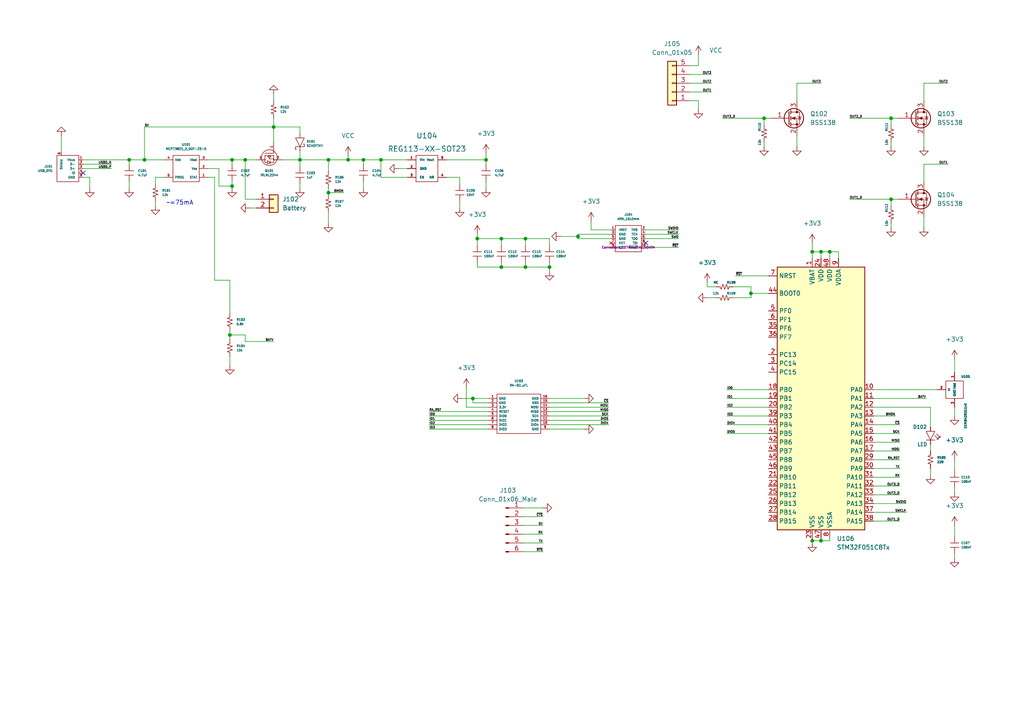
<source format=kicad_sch>
(kicad_sch (version 20211123) (generator eeschema)
  (paper "A4")
  (lib_symbols
    (symbol "Connector:Conn_01x06_Male" (pin_names (offset 1.016) hide)
      (property "Reference" "J" (at 0 7.62 0))
      (property "Value" "Conn_01x06_Male" (at 0 -10.16 0))
      (symbol "Conn_01x06_Male_1_1"
        (polyline (pts (xy 1.27 -7.62) (xy 0.8636 -7.62)) (stroke (width 0.1524)))
        (polyline (pts (xy 1.27 -5.08) (xy 0.8636 -5.08)) (stroke (width 0.1524)))
        (polyline (pts (xy 1.27 -2.54) (xy 0.8636 -2.54)) (stroke (width 0.1524)))
        (polyline (pts (xy 1.27 0) (xy 0.8636 0)) (stroke (width 0.1524)))
        (polyline (pts (xy 1.27 2.54) (xy 0.8636 2.54)) (stroke (width 0.1524)))
        (polyline (pts (xy 1.27 5.08) (xy 0.8636 5.08)) (stroke (width 0.1524)))
        (rectangle (start 0.8636 -7.493) (end 0 -7.747) (stroke (width 0.1524)) (fill (type outline)))
        (rectangle (start 0.8636 -4.953) (end 0 -5.207) (stroke (width 0.1524)) (fill (type outline)))
        (rectangle (start 0.8636 -2.413) (end 0 -2.667) (stroke (width 0.1524)) (fill (type outline)))
        (rectangle (start 0.8636 0.127) (end 0 -0.127) (stroke (width 0.1524)) (fill (type outline)))
        (rectangle (start 0.8636 2.667) (end 0 2.413) (stroke (width 0.1524)) (fill (type outline)))
        (rectangle (start 0.8636 5.207) (end 0 4.953) (stroke (width 0.1524)) (fill (type outline)))
        (pin passive line (at 5.08 5.08 180) (length 3.81) (name "Pin_1") (number "1"))
        (pin passive line (at 5.08 2.54 180) (length 3.81) (name "Pin_2") (number "2"))
        (pin passive line (at 5.08 0 180) (length 3.81) (name "Pin_3") (number "3"))
        (pin passive line (at 5.08 -2.54 180) (length 3.81) (name "Pin_4") (number "4"))
        (pin passive line (at 5.08 -5.08 180) (length 3.81) (name "Pin_5") (number "5"))
        (pin passive line (at 5.08 -7.62 180) (length 3.81) (name "Pin_6") (number "6"))
      )
    )
    (symbol "Connector_Generic:Conn_01x02" (pin_names (offset 1.016) hide)
      (property "Reference" "J" (at 0 2.54 0))
      (property "Value" "Conn_01x02" (at 0 -5.08 0))
      (symbol "Conn_01x02_1_1"
        (rectangle (start -1.27 -2.413) (end 0 -2.667) (stroke (width 0.1524)))
        (rectangle (start -1.27 0.127) (end 0 -0.127) (stroke (width 0.1524)))
        (rectangle (start -1.27 1.27) (end 1.27 -3.81) (stroke (width 0.254)) (fill (type background)))
        (pin passive line (at -5.08 0 0) (length 3.81) (name "Pin_1") (number "1"))
        (pin passive line (at -5.08 -2.54 0) (length 3.81) (name "Pin_2") (number "2"))
      )
    )
    (symbol "Connector_Generic:Conn_01x05" (pin_names (offset 1.016) hide)
      (property "Reference" "J" (at 0 7.62 0))
      (property "Value" "Conn_01x05" (at 0 -7.62 0))
      (symbol "Conn_01x05_1_1"
        (rectangle (start -1.27 -4.953) (end 0 -5.207) (stroke (width 0.1524)))
        (rectangle (start -1.27 -2.413) (end 0 -2.667) (stroke (width 0.1524)))
        (rectangle (start -1.27 0.127) (end 0 -0.127) (stroke (width 0.1524)))
        (rectangle (start -1.27 2.667) (end 0 2.413) (stroke (width 0.1524)))
        (rectangle (start -1.27 5.207) (end 0 4.953) (stroke (width 0.1524)))
        (rectangle (start -1.27 6.35) (end 1.27 -6.35) (stroke (width 0.254)) (fill (type background)))
        (pin passive line (at -5.08 5.08 0) (length 3.81) (name "Pin_1") (number "1"))
        (pin passive line (at -5.08 2.54 0) (length 3.81) (name "Pin_2") (number "2"))
        (pin passive line (at -5.08 0 0) (length 3.81) (name "Pin_3") (number "3"))
        (pin passive line (at -5.08 -2.54 0) (length 3.81) (name "Pin_4") (number "4"))
        (pin passive line (at -5.08 -5.08 0) (length 3.81) (name "Pin_5") (number "5"))
      )
    )
    (symbol "EKMB_Panasonic:EKMB439311xK"
      (property "Reference" "U" (at 0 10.16 0))
      (property "Value" "EKMB439311xK" (at 0 11.43 0))
      (symbol "EKMB439311xK_0_1"
        (rectangle (start -2.54 2.54) (end 2.54 -2.54) (stroke (width 0.1524)))
      )
      (symbol "EKMB439311xK_1_1"
        (pin power_in line (at 0 5.08 270) (length 2.54) (name "Vdd") (number "1"))
        (pin output line (at 5.08 0 180) (length 2.54) (name "O") (number "2"))
        (pin power_in line (at 0 -5.08 90) (length 2.54) (name "GND") (number "3"))
      )
    )
    (symbol "MCP73831_2:MCP73821_2_SOT-23-5"
      (property "Reference" "U" (at 0 6.35 0))
      (property "Value" "MCP73821_2_SOT-23-5" (at 0 5.08 0))
      (property "Vendor" "MOUSER" (at 0 0 0))
      (property "SKU" "579-MCP73831T-2ACIOT" (at 0 0 0))
      (symbol "MCP73821_2_SOT-23-5_0_1"
        (rectangle (start -3.81 3.81) (end 3.81 -3.81) (stroke (width 0.1524)))
      )
      (symbol "MCP73821_2_SOT-23-5_1_1"
        (pin output line (at -6.35 2.54 0) (length 2.54) (name "STAT") (number "1"))
        (pin power_in line (at -6.35 0 0) (length 2.54) (name "Vss") (number "2"))
        (pin power_out line (at -6.35 -2.54 0) (length 2.54) (name "Vbat") (number "3"))
        (pin power_in line (at 6.35 -2.54 180) (length 2.54) (name "Vdd") (number "4"))
        (pin input line (at 6.35 2.54 180) (length 2.54) (name "PROG") (number "5"))
      )
    )
    (symbol "MCU_ST_STM32F0:STM32F051C8Tx"
      (property "Reference" "U" (at -12.7 39.37 0))
      (property "Value" "STM32F051C8Tx" (at 7.62 39.37 0))
      (symbol "STM32F051C8Tx_0_1"
        (rectangle (start -12.7 -38.1) (end 12.7 38.1) (stroke (width 0.254)) (fill (type background)))
      )
      (symbol "STM32F051C8Tx_1_1"
        (pin power_in line (at -2.54 40.64 270) (length 2.54) (name "VBAT") (number "1"))
        (pin bidirectional line (at 15.24 2.54 180) (length 2.54) (name "PA0") (number "10"))
        (pin bidirectional line (at 15.24 0 180) (length 2.54) (name "PA1") (number "11"))
        (pin bidirectional line (at 15.24 -2.54 180) (length 2.54) (name "PA2") (number "12"))
        (pin bidirectional line (at 15.24 -5.08 180) (length 2.54) (name "PA3") (number "13"))
        (pin bidirectional line (at 15.24 -7.62 180) (length 2.54) (name "PA4") (number "14"))
        (pin bidirectional line (at 15.24 -10.16 180) (length 2.54) (name "PA5") (number "15"))
        (pin bidirectional line (at 15.24 -12.7 180) (length 2.54) (name "PA6") (number "16"))
        (pin bidirectional line (at 15.24 -15.24 180) (length 2.54) (name "PA7") (number "17"))
        (pin bidirectional line (at -15.24 2.54 0) (length 2.54) (name "PB0") (number "18"))
        (pin bidirectional line (at -15.24 0 0) (length 2.54) (name "PB1") (number "19"))
        (pin bidirectional line (at -15.24 12.7 0) (length 2.54) (name "PC13") (number "2"))
        (pin bidirectional line (at -15.24 -2.54 0) (length 2.54) (name "PB2") (number "20"))
        (pin bidirectional line (at -15.24 -22.86 0) (length 2.54) (name "PB10") (number "21"))
        (pin bidirectional line (at -15.24 -25.4 0) (length 2.54) (name "PB11") (number "22"))
        (pin power_in line (at -2.54 -40.64 90) (length 2.54) (name "VSS") (number "23"))
        (pin power_in line (at 0 40.64 270) (length 2.54) (name "VDD") (number "24"))
        (pin bidirectional line (at -15.24 -27.94 0) (length 2.54) (name "PB12") (number "25"))
        (pin bidirectional line (at -15.24 -30.48 0) (length 2.54) (name "PB13") (number "26"))
        (pin bidirectional line (at -15.24 -33.02 0) (length 2.54) (name "PB14") (number "27"))
        (pin bidirectional line (at -15.24 -35.56 0) (length 2.54) (name "PB15") (number "28"))
        (pin bidirectional line (at 15.24 -17.78 180) (length 2.54) (name "PA8") (number "29"))
        (pin bidirectional line (at -15.24 10.16 0) (length 2.54) (name "PC14") (number "3"))
        (pin bidirectional line (at 15.24 -20.32 180) (length 2.54) (name "PA9") (number "30"))
        (pin bidirectional line (at 15.24 -22.86 180) (length 2.54) (name "PA10") (number "31"))
        (pin bidirectional line (at 15.24 -25.4 180) (length 2.54) (name "PA11") (number "32"))
        (pin bidirectional line (at 15.24 -27.94 180) (length 2.54) (name "PA12") (number "33"))
        (pin bidirectional line (at 15.24 -30.48 180) (length 2.54) (name "PA13") (number "34"))
        (pin bidirectional line (at -15.24 20.32 0) (length 2.54) (name "PF6") (number "35"))
        (pin bidirectional line (at -15.24 17.78 0) (length 2.54) (name "PF7") (number "36"))
        (pin bidirectional line (at 15.24 -33.02 180) (length 2.54) (name "PA14") (number "37"))
        (pin bidirectional line (at 15.24 -35.56 180) (length 2.54) (name "PA15") (number "38"))
        (pin bidirectional line (at -15.24 -5.08 0) (length 2.54) (name "PB3") (number "39"))
        (pin bidirectional line (at -15.24 7.62 0) (length 2.54) (name "PC15") (number "4"))
        (pin bidirectional line (at -15.24 -7.62 0) (length 2.54) (name "PB4") (number "40"))
        (pin bidirectional line (at -15.24 -10.16 0) (length 2.54) (name "PB5") (number "41"))
        (pin bidirectional line (at -15.24 -12.7 0) (length 2.54) (name "PB6") (number "42"))
        (pin bidirectional line (at -15.24 -15.24 0) (length 2.54) (name "PB7") (number "43"))
        (pin input line (at -15.24 30.48 0) (length 2.54) (name "BOOT0") (number "44"))
        (pin bidirectional line (at -15.24 -17.78 0) (length 2.54) (name "PB8") (number "45"))
        (pin bidirectional line (at -15.24 -20.32 0) (length 2.54) (name "PB9") (number "46"))
        (pin power_in line (at 0 -40.64 90) (length 2.54) (name "VSS") (number "47"))
        (pin power_in line (at 2.54 40.64 270) (length 2.54) (name "VDD") (number "48"))
        (pin input line (at -15.24 25.4 0) (length 2.54) (name "PF0") (number "5"))
        (pin input line (at -15.24 22.86 0) (length 2.54) (name "PF1") (number "6"))
        (pin input line (at -15.24 35.56 0) (length 2.54) (name "NRST") (number "7"))
        (pin power_in line (at 2.54 -40.64 90) (length 2.54) (name "VSSA") (number "8"))
        (pin power_in line (at 5.08 40.64 270) (length 2.54) (name "VDDA") (number "9"))
      )
    )
    (symbol "NMOS:BSS138" (pin_names (offset 0) hide)
      (property "Reference" "Q" (at 5.08 1.905 0))
      (property "Value" "BSS138" (at 5.08 0 0))
      (symbol "BSS138_0_1"
        (polyline (pts (xy 0.762 -1.778) (xy 2.54 -1.778)))
        (polyline (pts (xy 0.762 -1.27) (xy 0.762 -2.286)) (stroke (width 0.254)))
        (polyline (pts (xy 0.762 0) (xy 2.54 0)))
        (polyline (pts (xy 0.762 0.508) (xy 0.762 -0.508)) (stroke (width 0.254)))
        (polyline (pts (xy 0.762 1.778) (xy 2.54 1.778)))
        (polyline (pts (xy 0.762 2.286) (xy 0.762 1.27)) (stroke (width 0.254)))
        (polyline (pts (xy 2.54 -1.778) (xy 2.54 -2.54)))
        (polyline (pts (xy 2.54 -1.778) (xy 2.54 0)))
        (polyline (pts (xy 2.54 2.54) (xy 2.54 1.778)))
        (polyline (pts (xy 0.254 1.905) (xy 0.254 -1.905) (xy 0.254 -1.905)) (stroke (width 0.254)))
        (polyline (pts (xy 1.016 0) (xy 2.032 0.381) (xy 2.032 -0.381) (xy 1.016 0)) (fill (type outline)))
        (polyline (pts (xy 2.54 -1.778) (xy 3.302 -1.778) (xy 3.302 1.778) (xy 2.54 1.778)))
        (polyline (pts (xy 2.794 0.508) (xy 2.921 0.381) (xy 3.683 0.381) (xy 3.81 0.254)))
        (polyline (pts (xy 3.302 0.381) (xy 2.921 -0.254) (xy 3.683 -0.254) (xy 3.302 0.381)))
        (circle (center 1.651 0) (radius 2.8194) (stroke (width 0.254)))
        (circle (center 2.54 -1.778) (radius 0.2794) (fill (type outline)))
        (circle (center 2.54 1.778) (radius 0.2794) (fill (type outline)))
      )
      (symbol "BSS138_1_1"
        (pin input line (at -5.08 0 0) (length 5.334) (name "G") (number "1"))
        (pin passive line (at 2.54 -5.08 90) (length 2.54) (name "S") (number "2"))
        (pin passive line (at 2.54 5.08 270) (length 2.54) (name "D") (number "3"))
      )
    )
    (symbol "PMOS:IRLML2244" (pin_names (offset 0) hide)
      (property "Reference" "Q" (at -3.81 -1.27 0))
      (property "Value" "IRLML2244" (at -3.81 -2.54 0))
      (symbol "IRLML2244_0_1"
        (polyline (pts (xy 0 -0.762) (xy 0 -1.27)))
        (polyline (pts (xy 0 0.508) (xy 0 -0.508)))
        (polyline (pts (xy 0 0.762) (xy 0 1.27)))
        (polyline (pts (xy 0.254 0) (xy 0 0)))
        (polyline (pts (xy 1.524 -0.508) (xy 2.032 0.254)))
        (polyline (pts (xy 1.524 0.254) (xy 2.54 0.254)))
        (polyline (pts (xy -1.905 1.27) (xy -0.635 1.27) (xy -0.635 -1.27)))
        (polyline (pts (xy 0 -1.27) (xy 1.27 -1.27) (xy 1.27 -1.905)))
        (polyline (pts (xy 0 1.27) (xy 1.27 1.27) (xy 1.27 1.905)))
        (polyline (pts (xy 0.762 0) (xy 1.016 0) (xy 1.016 1.27)))
        (polyline (pts (xy 1.016 -1.27) (xy 2.032 -1.27) (xy 2.032 -0.508)))
        (polyline (pts (xy 2.032 0.254) (xy 2.032 1.27) (xy 1.016 1.27)))
        (polyline (pts (xy 0.254 0.508) (xy 0.254 -0.508) (xy 0.762 0) (xy 0.254 0.508)))
        (polyline (pts (xy 1.524 -0.508) (xy 2.286 -0.508) (xy 2.54 -0.508) (xy 2.032 0.254)))
        (circle (center 0.635 0) (radius 2.286))
      )
      (symbol "IRLML2244_1_1"
        (pin input line (at -3.81 1.27 0) (length 2.54) (name "G") (number "1"))
        (pin input line (at 1.27 3.81 270) (length 2.54) (name "S") (number "2"))
        (pin input line (at 1.27 -3.81 90) (length 2.54) (name "D") (number "3"))
      )
    )
    (symbol "RA-02:RA-02_uFL"
      (property "Reference" "U" (at 0 7.62 0))
      (property "Value" "RA-02_uFL" (at 0 8.89 0))
      (symbol "RA-02_uFL_0_1"
        (rectangle (start -6.35 6.35) (end 6.35 -5.08) (stroke (width 0.1524)))
      )
      (symbol "RA-02_uFL_1_1"
        (pin power_in line (at -8.89 5.08 0) (length 2.54) (name "GND") (number "1"))
        (pin bidirectional line (at 8.89 -2.54 180) (length 2.54) (name "DIO4") (number "10"))
        (pin bidirectional line (at 8.89 -1.27 180) (length 2.54) (name "DIO5") (number "11"))
        (pin input line (at 8.89 0 180) (length 2.54) (name "SCK") (number "12"))
        (pin output line (at 8.89 1.27 180) (length 2.54) (name "MISO") (number "13"))
        (pin input line (at 8.89 2.54 180) (length 2.54) (name "MOSI") (number "14"))
        (pin input line (at 8.89 3.81 180) (length 2.54) (name "NSS") (number "15"))
        (pin power_in line (at 8.89 5.08 180) (length 2.54) (name "GND") (number "16"))
        (pin power_in line (at -8.89 3.81 0) (length 2.54) (name "GND") (number "2"))
        (pin power_in line (at -8.89 2.54 0) (length 2.54) (name "3.3V") (number "3"))
        (pin input line (at -8.89 1.27 0) (length 2.54) (name "RESET") (number "4"))
        (pin bidirectional line (at -8.89 0 0) (length 2.54) (name "DIO0") (number "5"))
        (pin bidirectional line (at -8.89 -1.27 0) (length 2.54) (name "DIO1") (number "6"))
        (pin bidirectional line (at -8.89 -2.54 0) (length 2.54) (name "DIO2") (number "7"))
        (pin bidirectional line (at -8.89 -3.81 0) (length 2.54) (name "DIO3") (number "8"))
        (pin power_in line (at 8.89 -3.81 180) (length 2.54) (name "GND") (number "9"))
      )
    )
    (symbol "USB_CONNECTOR:USB_OTG" (pin_names (offset 1.016))
      (property "Reference" "J" (at 7.62 -3.81 0))
      (property "Value" "USB_OTG" (at 0 6.35 0))
      (symbol "USB_OTG_0_1"
        (rectangle (start -2.54 3.81) (end 3.81 -3.81))
      )
      (symbol "USB_OTG_1_1"
        (pin power_out line (at -3.81 -2.54 0) (length 1.27) (name "Vbus") (number "1"))
        (pin bidirectional line (at -3.81 -1.27 0) (length 1.27) (name "D-") (number "2"))
        (pin bidirectional line (at -3.81 0 0) (length 1.27) (name "D+") (number "3"))
        (pin input line (at -3.81 1.27 0) (length 1.27) (name "ID") (number "4"))
        (pin power_in line (at -3.81 2.54 0) (length 1.27) (name "GND") (number "5"))
        (pin power_in line (at 2.54 -5.08 90) (length 1.27) (name "Shield") (number "6"))
      )
    )
    (symbol "arm_10x2mm:ARM_10x2mm" (pin_names (offset 1.016))
      (property "Reference" "J" (at 0 7.62 0))
      (property "Value" "ARM_10x2mm" (at 0 -2.54 0))
      (symbol "ARM_10x2mm_0_1"
        (rectangle (start -3.81 6.35) (end 3.81 -1.27))
      )
      (symbol "ARM_10x2mm_1_1"
        (pin power_out line (at -5.08 5.08 0) (length 1.27) (name "VREF") (number "1"))
        (pin input line (at 5.08 0 180) (length 1.27) (name "~{Reset}") (number "10"))
        (pin input line (at 5.08 5.08 180) (length 1.27) (name "TMS") (number "2"))
        (pin power_out line (at -5.08 3.81 0) (length 1.27) (name "GND") (number "3"))
        (pin input line (at 5.08 3.81 180) (length 1.27) (name "TCK") (number "4"))
        (pin power_out line (at -5.08 2.54 0) (length 1.27) (name "GND") (number "5"))
        (pin output line (at 5.08 2.54 180) (length 1.27) (name "TDO") (number "6"))
        (pin no_connect line (at -5.08 1.27 0) (length 1.27) (name "KEY") (number "7"))
        (pin input line (at 5.08 1.27 180) (length 1.27) (name "TDI") (number "8"))
        (pin passive line (at -5.08 0 0) (length 1.27) (name "DET") (number "9"))
      )
    )
    (symbol "passives:CAP_0603" (pin_numbers hide) (pin_names (offset 0) hide)
      (property "Reference" "C" (at 0 -2.54 0))
      (property "Value" "CAP_0603" (at 0 1.905 0))
      (symbol "CAP_0603_0_1"
        (polyline (pts (xy -1.27 0) (xy -0.635 0)))
        (polyline (pts (xy -0.635 -1.27) (xy -0.635 1.27)))
        (polyline (pts (xy 0.635 -1.27) (xy 0.635 -0.635)))
        (polyline (pts (xy 0.635 0.635) (xy 0.635 -0.635)))
        (polyline (pts (xy 0.635 1.27) (xy 0.635 0.635)))
        (polyline (pts (xy 1.27 0) (xy 0.635 0)))
      )
      (symbol "CAP_0603_1_1"
        (pin passive line (at -2.54 0 0) (length 1.27) (name "~") (number "1"))
        (pin passive line (at 2.54 0 180) (length 1.27) (name "~") (number "2"))
      )
    )
    (symbol "passives:CAP_0805" (pin_numbers hide) (pin_names (offset 0) hide)
      (property "Reference" "C" (at 0 -2.54 0))
      (property "Value" "CAP_0805" (at 0 1.905 0))
      (symbol "CAP_0805_0_1"
        (polyline (pts (xy -1.27 0) (xy -0.635 0)))
        (polyline (pts (xy -0.635 -1.27) (xy -0.635 1.27)))
        (polyline (pts (xy 0.635 -1.27) (xy 0.635 -0.635)))
        (polyline (pts (xy 0.635 0.635) (xy 0.635 -0.635)))
        (polyline (pts (xy 0.635 1.27) (xy 0.635 0.635)))
        (polyline (pts (xy 1.27 0) (xy 0.635 0)))
      )
      (symbol "CAP_0805_1_1"
        (pin passive line (at -2.54 0 0) (length 1.27) (name "~") (number "1"))
        (pin passive line (at 2.54 0 180) (length 1.27) (name "~") (number "2"))
      )
    )
    (symbol "passives:LED" (pin_numbers hide) (pin_names (offset 0) hide)
      (property "Reference" "D" (at 8.255 0 0))
      (property "Value" "LED" (at 2.54 -2.54 0))
      (symbol "LED_0_1"
        (polyline (pts (xy 0 1.27) (xy 1.016 2.286)))
        (polyline (pts (xy 0.508 2.794) (xy 0 2.794)))
        (polyline (pts (xy 1.016 2.286) (xy 0.508 2.286)))
        (polyline (pts (xy 1.016 2.286) (xy 1.016 1.778)))
        (polyline (pts (xy 1.27 0) (xy 1.27 -1.27)))
        (polyline (pts (xy 1.27 0) (xy 1.27 1.27)))
        (polyline (pts (xy -0.508 1.778) (xy 0.508 2.794) (xy 0.508 2.286)))
        (polyline (pts (xy -1.27 0) (xy -1.27 1.27) (xy 1.27 0) (xy -1.27 -1.27) (xy -1.27 0)))
      )
      (symbol "LED_1_1"
        (pin input line (at -2.54 0 0) (length 1.27) (name "A") (number "A"))
        (pin input line (at 2.54 0 180) (length 1.27) (name "K") (number "K"))
      )
    )
    (symbol "passives:RES_0603" (pin_numbers hide) (pin_names (offset 0) hide)
      (property "Reference" "R" (at 0 -2.54 0))
      (property "Value" "RES_0603" (at 0 1.27 0))
      (symbol "RES_0603_0_1"
        (polyline (pts (xy -1.27 0) (xy -1.016 0.762) (xy -0.508 -0.762) (xy 0 0.762) (xy 0.508 -0.762) (xy 1.016 0.762) (xy 1.27 0)))
      )
      (symbol "RES_0603_1_1"
        (pin input line (at -2.54 0 0) (length 1.27) (name "1") (number "1"))
        (pin input line (at 2.54 0 180) (length 1.27) (name "2") (number "2"))
      )
    )
    (symbol "passives:SCHOTTKY" (pin_numbers hide) (pin_names (offset 0) hide)
      (property "Reference" "D" (at 8.255 0 0))
      (property "Value" "SCHOTTKY" (at 2.54 -2.54 0))
      (symbol "SCHOTTKY_0_1"
        (polyline (pts (xy 0.508 1.27) (xy 0.508 1.016)))
        (polyline (pts (xy 0.508 1.27) (xy 1.27 1.27)))
        (polyline (pts (xy 2.032 -1.27) (xy 1.778 -1.27)))
        (polyline (pts (xy 2.032 -1.27) (xy 2.032 -1.016)))
        (polyline (pts (xy 1.27 1.27) (xy 1.27 -1.27) (xy 1.905 -1.27)))
        (polyline (pts (xy -1.27 0) (xy -1.27 1.27) (xy 1.27 0) (xy -1.27 -1.27) (xy -1.27 0)))
      )
      (symbol "SCHOTTKY_1_1"
        (pin input line (at -2.54 0 0) (length 1.27) (name "A") (number "A"))
        (pin input line (at 2.54 0 180) (length 1.27) (name "K") (number "K"))
      )
    )
    (symbol "power:+3.3V" (power) (pin_names (offset 0))
      (property "Value" "+3.3V" (at 0 3.556 0))
      (symbol "+3.3V_0_1"
        (polyline (pts (xy -0.762 1.27) (xy 0 2.54)))
        (polyline (pts (xy 0 0) (xy 0 2.54)))
        (polyline (pts (xy 0 2.54) (xy 0.762 1.27)))
      )
      (symbol "+3.3V_1_1"
        (pin power_in line (at 0 0 90) (length 0) hide (name "+3V3") (number "1"))
      )
    )
    (symbol "power:GND" (power) (pin_names (offset 0))
      (property "Value" "GND" (at 0 -3.81 0))
      (symbol "GND_0_1"
        (polyline (pts (xy 0 0) (xy 0 -1.27) (xy 1.27 -1.27) (xy 0 -2.54) (xy -1.27 -1.27) (xy 0 -1.27)))
      )
      (symbol "GND_1_1"
        (pin power_in line (at 0 0 270) (length 0) hide (name "GND") (number "1"))
      )
    )
    (symbol "power:VCC" (power) (pin_names (offset 0))
      (property "Value" "VCC" (at 0 3.81 0))
      (symbol "VCC_0_1"
        (polyline (pts (xy -0.762 1.27) (xy 0 2.54)))
        (polyline (pts (xy 0 0) (xy 0 2.54)))
        (polyline (pts (xy 0 2.54) (xy 0.762 1.27)))
      )
      (symbol "VCC_1_1"
        (pin power_in line (at 0 0 90) (length 0) hide (name "VCC") (number "1"))
      )
    )
    (symbol "reg113-xx-sot23:REG113-XX-SOT23" (pin_names (offset 1.016))
      (property "Reference" "U" (at 0 6.35 0))
      (property "Value" "REG113-XX-SOT23" (at 0 -6.35 0))
      (symbol "REG113-XX-SOT23_0_1"
        (rectangle (start -2.54 3.81) (end 3.81 -3.81))
      )
      (symbol "REG113-XX-SOT23_1_1"
        (pin power_in line (at -5.08 2.54 0) (length 2.54) (name "Vin") (number "1"))
        (pin power_in line (at -5.08 0 0) (length 2.54) (name "GND") (number "2"))
        (pin input line (at -5.08 -2.54 0) (length 2.54) (name "EN") (number "3"))
        (pin passive line (at 6.35 -2.54 180) (length 2.54) (name "NR") (number "4"))
        (pin power_out line (at 6.35 2.54 180) (length 2.54) (name "Vout") (number "5"))
      )
    )
  )
  (junction (at 66.675 97.155))
  (junction (at 138.43 69.215))
  (junction (at 37.465 46.355))
  (junction (at 95.25 46.355))
  (junction (at 137.16 115.57))
  (junction (at 145.415 77.47))
  (junction (at 105.41 46.355))
  (junction (at 152.4 69.215))
  (junction (at 100.965 46.355))
  (junction (at 221.615 34.29))
  (junction (at 235.585 156.845))
  (junction (at 86.995 46.355))
  (junction (at 145.415 69.215))
  (junction (at 140.97 46.355))
  (junction (at 238.125 156.845))
  (junction (at 240.665 73.025))
  (junction (at 235.585 73.025))
  (junction (at 79.375 36.83))
  (junction (at 110.49 46.355))
  (junction (at 152.4 77.47))
  (junction (at 67.31 46.355))
  (junction (at 258.445 57.785))
  (junction (at 159.385 77.47))
  (junction (at 67.31 53.975))
  (junction (at 238.125 73.025))
  (junction (at 258.445 34.29))
  (junction (at 167.64 68.58))
  (junction (at 217.805 85.09))
  (junction (at 95.25 55.88))
  (junction (at 71.12 46.355))
  (junction (at 41.91 46.355))
  (no_connect (at 24.13 50.165))
  (no_connect (at 187.325 70.485))
  (wire (pts (xy 187.325 67.945) (xy 196.85 67.945)))
  (wire (pts (xy 253.365 130.81) (xy 260.985 130.81)))
  (wire (pts (xy 135.255 118.11) (xy 141.605 118.11)))
  (wire (pts (xy 66.675 103.505) (xy 66.675 106.045)))
  (wire (pts (xy 258.445 41.275) (xy 258.445 42.545)))
  (wire (pts (xy 60.325 51.435) (xy 62.23 51.435)))
  (wire (pts (xy 217.805 86.36) (xy 217.805 85.09)))
  (wire (pts (xy 177.165 66.675) (xy 171.45 66.675)))
  (wire (pts (xy 41.91 46.355) (xy 47.625 46.355)))
  (wire (pts (xy 138.43 69.215) (xy 138.43 71.12)))
  (wire (pts (xy 24.13 48.895) (xy 32.385 48.895)))
  (wire (pts (xy 137.16 116.84) (xy 137.16 115.57)))
  (wire (pts (xy 267.97 52.705) (xy 267.97 47.625)))
  (wire (pts (xy 231.14 24.13) (xy 238.125 24.13)))
  (wire (pts (xy 151.765 149.86) (xy 157.48 149.86)))
  (wire (pts (xy 246.38 34.29) (xy 258.445 34.29)))
  (wire (pts (xy 129.54 46.355) (xy 140.97 46.355)))
  (wire (pts (xy 209.55 34.29) (xy 221.615 34.29)))
  (wire (pts (xy 72.39 60.325) (xy 74.295 60.325)))
  (wire (pts (xy 253.365 138.43) (xy 260.985 138.43)))
  (wire (pts (xy 240.665 156.845) (xy 238.125 156.845)))
  (wire (pts (xy 171.45 66.675) (xy 171.45 64.135)))
  (wire (pts (xy 79.375 27.305) (xy 79.375 29.21)))
  (wire (pts (xy 267.97 29.21) (xy 267.97 24.13)))
  (wire (pts (xy 124.46 123.19) (xy 141.605 123.19)))
  (wire (pts (xy 37.465 47.625) (xy 37.465 46.355)))
  (wire (pts (xy 231.14 39.37) (xy 231.14 42.545)))
  (wire (pts (xy 269.875 118.11) (xy 269.875 123.825)))
  (wire (pts (xy 205.105 86.36) (xy 207.645 86.36)))
  (wire (pts (xy 152.4 69.215) (xy 159.385 69.215)))
  (wire (pts (xy 267.97 47.625) (xy 274.955 47.625)))
  (wire (pts (xy 253.365 123.19) (xy 260.985 123.19)))
  (wire (pts (xy 95.25 55.88) (xy 95.25 56.515)))
  (wire (pts (xy 24.13 47.625) (xy 32.385 47.625)))
  (wire (pts (xy 152.4 69.215) (xy 152.4 71.12)))
  (wire (pts (xy 187.325 69.215) (xy 196.85 69.215)))
  (wire (pts (xy 86.995 36.83) (xy 86.995 38.735)))
  (wire (pts (xy 67.31 52.705) (xy 67.31 53.975)))
  (wire (pts (xy 100.965 46.355) (xy 105.41 46.355)))
  (wire (pts (xy 167.64 68.58) (xy 162.56 68.58)))
  (wire (pts (xy 151.765 160.02) (xy 157.48 160.02)))
  (wire (pts (xy 253.365 113.03) (xy 271.78 113.03)))
  (wire (pts (xy 260.35 34.29) (xy 258.445 34.29)))
  (wire (pts (xy 235.585 156.845) (xy 235.585 157.48)))
  (wire (pts (xy 63.5 53.975) (xy 67.31 53.975)))
  (wire (pts (xy 238.125 73.025) (xy 238.125 74.93)))
  (wire (pts (xy 151.765 154.94) (xy 157.48 154.94)))
  (wire (pts (xy 151.765 152.4) (xy 157.48 152.4)))
  (wire (pts (xy 62.23 81.28) (xy 66.675 81.28)))
  (wire (pts (xy 66.675 97.155) (xy 66.675 98.425)))
  (wire (pts (xy 152.4 76.2) (xy 152.4 77.47)))
  (wire (pts (xy 47.625 51.435) (xy 45.085 51.435)))
  (wire (pts (xy 24.13 51.435) (xy 26.035 51.435)))
  (wire (pts (xy 246.38 57.785) (xy 258.445 57.785)))
  (wire (pts (xy 37.465 46.355) (xy 41.91 46.355)))
  (wire (pts (xy 260.35 57.785) (xy 258.445 57.785)))
  (wire (pts (xy 151.765 147.32) (xy 157.48 147.32)))
  (wire (pts (xy 151.765 157.48) (xy 157.48 157.48)))
  (wire (pts (xy 37.465 52.705) (xy 37.465 54.61)))
  (wire (pts (xy 159.385 121.92) (xy 176.53 121.92)))
  (wire (pts (xy 253.365 128.27) (xy 260.985 128.27)))
  (wire (pts (xy 124.46 124.46) (xy 141.605 124.46)))
  (wire (pts (xy 210.82 125.73) (xy 222.885 125.73)))
  (wire (pts (xy 240.665 156.21) (xy 240.665 156.845)))
  (wire (pts (xy 200.025 26.67) (xy 206.375 26.67)))
  (wire (pts (xy 159.385 77.47) (xy 159.385 78.74)))
  (wire (pts (xy 253.365 115.57) (xy 268.605 115.57)))
  (wire (pts (xy 141.605 116.84) (xy 137.16 116.84)))
  (wire (pts (xy 210.82 118.11) (xy 222.885 118.11)))
  (wire (pts (xy 71.12 97.155) (xy 66.675 97.155)))
  (wire (pts (xy 238.125 156.21) (xy 238.125 156.845)))
  (wire (pts (xy 110.49 46.355) (xy 118.11 46.355)))
  (wire (pts (xy 276.86 104.14) (xy 276.86 107.95)))
  (wire (pts (xy 276.86 133.35) (xy 276.86 136.525)))
  (wire (pts (xy 217.805 83.185) (xy 217.805 85.09)))
  (wire (pts (xy 159.385 120.65) (xy 176.53 120.65)))
  (wire (pts (xy 269.875 128.905) (xy 269.875 130.81)))
  (wire (pts (xy 159.385 123.19) (xy 176.53 123.19)))
  (wire (pts (xy 187.325 66.675) (xy 196.85 66.675)))
  (wire (pts (xy 133.985 115.57) (xy 137.16 115.57)))
  (wire (pts (xy 105.41 46.355) (xy 110.49 46.355)))
  (wire (pts (xy 41.91 46.355) (xy 41.91 36.83)))
  (wire (pts (xy 105.41 46.355) (xy 105.41 47.625)))
  (wire (pts (xy 167.64 67.945) (xy 167.64 68.58)))
  (wire (pts (xy 86.995 53.34) (xy 86.995 54.61)))
  (wire (pts (xy 118.11 51.435) (xy 110.49 51.435)))
  (wire (pts (xy 253.365 120.65) (xy 259.715 120.65)))
  (wire (pts (xy 269.875 135.89) (xy 269.875 137.795)))
  (wire (pts (xy 79.375 36.83) (xy 79.375 41.275)))
  (wire (pts (xy 200.025 21.59) (xy 206.375 21.59)))
  (wire (pts (xy 267.97 24.13) (xy 274.955 24.13)))
  (wire (pts (xy 86.995 46.355) (xy 86.995 48.26)))
  (wire (pts (xy 115.57 48.895) (xy 118.11 48.895)))
  (wire (pts (xy 71.12 46.355) (xy 71.12 57.785)))
  (wire (pts (xy 100.965 46.355) (xy 95.25 46.355)))
  (wire (pts (xy 177.165 67.945) (xy 167.64 67.945)))
  (wire (pts (xy 276.86 160.655) (xy 276.86 161.925)))
  (wire (pts (xy 129.54 51.435) (xy 133.35 51.435)))
  (wire (pts (xy 253.365 151.13) (xy 260.985 151.13)))
  (wire (pts (xy 167.64 69.215) (xy 167.64 68.58)))
  (wire (pts (xy 159.385 119.38) (xy 176.53 119.38)))
  (wire (pts (xy 238.125 73.025) (xy 240.665 73.025)))
  (wire (pts (xy 253.365 125.73) (xy 260.985 125.73)))
  (wire (pts (xy 140.97 52.705) (xy 140.97 54.61)))
  (wire (pts (xy 95.25 46.355) (xy 86.995 46.355)))
  (wire (pts (xy 202.565 29.21) (xy 202.565 31.75)))
  (wire (pts (xy 145.415 69.215) (xy 152.4 69.215)))
  (wire (pts (xy 212.725 83.185) (xy 217.805 83.185)))
  (wire (pts (xy 210.82 115.57) (xy 222.885 115.57)))
  (wire (pts (xy 100.965 45.085) (xy 100.965 46.355)))
  (wire (pts (xy 253.365 146.05) (xy 262.89 146.05)))
  (wire (pts (xy 207.645 83.185) (xy 205.105 83.185)))
  (wire (pts (xy 235.585 73.025) (xy 235.585 74.93)))
  (wire (pts (xy 66.675 95.885) (xy 66.675 97.155)))
  (wire (pts (xy 217.805 85.09) (xy 222.885 85.09)))
  (wire (pts (xy 240.665 73.025) (xy 240.665 74.93)))
  (wire (pts (xy 253.365 135.89) (xy 260.985 135.89)))
  (wire (pts (xy 71.12 99.06) (xy 79.375 99.06)))
  (wire (pts (xy 138.43 77.47) (xy 145.415 77.47)))
  (wire (pts (xy 79.375 36.83) (xy 86.995 36.83)))
  (wire (pts (xy 138.43 69.215) (xy 145.415 69.215)))
  (wire (pts (xy 159.385 71.12) (xy 159.385 69.215)))
  (wire (pts (xy 238.125 156.845) (xy 235.585 156.845)))
  (wire (pts (xy 124.46 121.92) (xy 141.605 121.92)))
  (wire (pts (xy 235.585 70.485) (xy 235.585 73.025)))
  (wire (pts (xy 200.025 24.13) (xy 206.375 24.13)))
  (wire (pts (xy 159.385 124.46) (xy 169.545 124.46)))
  (wire (pts (xy 86.995 43.815) (xy 86.995 46.355)))
  (wire (pts (xy 24.13 46.355) (xy 37.465 46.355)))
  (wire (pts (xy 140.97 46.355) (xy 140.97 47.625)))
  (wire (pts (xy 276.86 152.4) (xy 276.86 155.575)))
  (wire (pts (xy 159.385 116.84) (xy 176.53 116.84)))
  (wire (pts (xy 95.25 54.61) (xy 95.25 55.88)))
  (wire (pts (xy 74.295 57.785) (xy 71.12 57.785)))
  (wire (pts (xy 45.085 51.435) (xy 45.085 53.34)))
  (wire (pts (xy 243.205 74.93) (xy 243.205 73.025)))
  (wire (pts (xy 202.565 19.05) (xy 200.025 19.05)))
  (wire (pts (xy 210.82 123.19) (xy 222.885 123.19)))
  (wire (pts (xy 205.105 83.185) (xy 205.105 81.915)))
  (wire (pts (xy 152.4 77.47) (xy 159.385 77.47)))
  (wire (pts (xy 63.5 48.895) (xy 63.5 53.975)))
  (wire (pts (xy 71.12 99.06) (xy 71.12 97.155)))
  (wire (pts (xy 67.31 53.975) (xy 67.31 54.61)))
  (wire (pts (xy 67.31 46.355) (xy 71.12 46.355)))
  (wire (pts (xy 235.585 73.025) (xy 238.125 73.025)))
  (wire (pts (xy 258.445 64.77) (xy 258.445 66.04)))
  (wire (pts (xy 253.365 133.35) (xy 260.985 133.35)))
  (wire (pts (xy 133.35 58.42) (xy 133.35 60.325)))
  (wire (pts (xy 253.365 148.59) (xy 262.89 148.59)))
  (wire (pts (xy 212.725 86.36) (xy 217.805 86.36)))
  (wire (pts (xy 138.43 67.945) (xy 138.43 69.215)))
  (wire (pts (xy 253.365 140.97) (xy 260.985 140.97)))
  (wire (pts (xy 145.415 69.215) (xy 145.415 71.12)))
  (wire (pts (xy 140.97 44.45) (xy 140.97 46.355)))
  (wire (pts (xy 276.86 141.605) (xy 276.86 142.875)))
  (wire (pts (xy 177.165 69.215) (xy 167.64 69.215)))
  (wire (pts (xy 45.085 58.42) (xy 45.085 59.69)))
  (wire (pts (xy 105.41 52.705) (xy 105.41 54.61)))
  (wire (pts (xy 159.385 115.57) (xy 169.545 115.57)))
  (wire (pts (xy 210.82 120.65) (xy 222.885 120.65)))
  (wire (pts (xy 223.52 34.29) (xy 221.615 34.29)))
  (wire (pts (xy 187.325 71.755) (xy 196.85 71.755)))
  (wire (pts (xy 86.995 46.355) (xy 81.915 46.355)))
  (wire (pts (xy 95.25 55.88) (xy 99.695 55.88)))
  (wire (pts (xy 258.445 57.785) (xy 258.445 59.69)))
  (wire (pts (xy 95.25 61.595) (xy 95.25 64.77)))
  (wire (pts (xy 95.25 46.355) (xy 95.25 49.53)))
  (wire (pts (xy 210.82 113.03) (xy 222.885 113.03)))
  (wire (pts (xy 62.23 51.435) (xy 62.23 81.28)))
  (wire (pts (xy 145.415 76.2) (xy 145.415 77.47)))
  (wire (pts (xy 159.385 76.2) (xy 159.385 77.47)))
  (wire (pts (xy 267.97 62.865) (xy 267.97 66.04)))
  (wire (pts (xy 145.415 77.47) (xy 152.4 77.47)))
  (wire (pts (xy 159.385 118.11) (xy 176.53 118.11)))
  (wire (pts (xy 67.31 46.355) (xy 67.31 47.625)))
  (wire (pts (xy 133.35 51.435) (xy 133.35 53.34)))
  (wire (pts (xy 60.325 48.895) (xy 63.5 48.895)))
  (wire (pts (xy 41.91 36.83) (xy 79.375 36.83)))
  (wire (pts (xy 137.16 115.57) (xy 141.605 115.57)))
  (wire (pts (xy 231.14 29.21) (xy 231.14 24.13)))
  (wire (pts (xy 221.615 41.275) (xy 221.615 42.545)))
  (wire (pts (xy 17.78 39.37) (xy 17.78 43.815)))
  (wire (pts (xy 110.49 51.435) (xy 110.49 46.355)))
  (wire (pts (xy 240.665 73.025) (xy 243.205 73.025)))
  (wire (pts (xy 66.675 81.28) (xy 66.675 90.805)))
  (wire (pts (xy 267.97 39.37) (xy 267.97 42.545)))
  (wire (pts (xy 79.375 34.29) (xy 79.375 36.83)))
  (wire (pts (xy 124.46 120.65) (xy 141.605 120.65)))
  (wire (pts (xy 60.325 46.355) (xy 67.31 46.355)))
  (wire (pts (xy 138.43 76.2) (xy 138.43 77.47)))
  (wire (pts (xy 200.025 29.21) (xy 202.565 29.21)))
  (wire (pts (xy 221.615 34.29) (xy 221.615 36.195)))
  (wire (pts (xy 235.585 156.21) (xy 235.585 156.845)))
  (wire (pts (xy 258.445 34.29) (xy 258.445 36.195)))
  (wire (pts (xy 276.86 118.11) (xy 276.86 120.65)))
  (wire (pts (xy 135.255 112.395) (xy 135.255 118.11)))
  (wire (pts (xy 202.565 15.875) (xy 202.565 19.05)))
  (wire (pts (xy 222.885 80.01) (xy 213.36 80.01)))
  (wire (pts (xy 26.035 51.435) (xy 26.035 54.61)))
  (wire (pts (xy 71.12 46.355) (xy 74.295 46.355)))
  (wire (pts (xy 141.605 119.38) (xy 124.46 119.38)))
  (wire (pts (xy 253.365 143.51) (xy 260.985 143.51)))
  (wire (pts (xy 253.365 118.11) (xy 269.875 118.11)))
  (text "~=75mA" (at 48.26 59.69 0) (effects (font (size 1.27 1.27)) (justify left bottom)))
  (label "OUT2" (at 274.955 24.13 180) (effects (font (size 0.635 0.635))))
  (label "~{RST}" (at 196.85 71.755 180) (effects (font (size 0.635 0.635))))
  (label "OUT1_D" (at 246.38 57.785 0) (effects (font (size 0.635 0.635))))
  (label "DIO5" (at 176.53 121.92 180) (effects (font (size 0.635 0.635))))
  (label "RX" (at 157.48 154.94 180) (effects (font (size 0.635 0.635))))
  (label "~{CS}" (at 260.985 123.19 180) (effects (font (size 0.635 0.635))))
  (label "USBD_N" (at 32.385 47.625 180) (effects (font (size 0.635 0.635))))
  (label "OUT1" (at 274.955 47.625 180) (effects (font (size 0.635 0.635))))
  (label "~{CS}" (at 176.53 116.84 180) (effects (font (size 0.635 0.635))))
  (label "OUT3" (at 238.125 24.13 180) (effects (font (size 0.635 0.635))))
  (label "SWCLK" (at 196.85 67.945 180) (effects (font (size 0.635 0.635))))
  (label "~{RST}" (at 213.36 80.01 0) (effects (font (size 0.635 0.635))))
  (label "OUT3_D" (at 209.55 34.29 0) (effects (font (size 0.635 0.635))))
  (label "RA_RST" (at 260.985 133.35 180) (effects (font (size 0.635 0.635))))
  (label "BMON" (at 99.695 55.88 180) (effects (font (size 0.635 0.635))))
  (label "SCK" (at 260.985 125.73 180) (effects (font (size 0.635 0.635))))
  (label "IO2" (at 210.82 118.11 0) (effects (font (size 0.635 0.635))))
  (label "MOSI" (at 260.985 130.81 180) (effects (font (size 0.635 0.635))))
  (label "5V" (at 41.91 36.83 0) (effects (font (size 0.635 0.635))))
  (label "DIO4" (at 210.82 123.19 0) (effects (font (size 0.635 0.635))))
  (label "OUT3_D" (at 260.985 140.97 180) (effects (font (size 0.635 0.635))))
  (label "DIO4" (at 176.53 123.19 180) (effects (font (size 0.635 0.635))))
  (label "BATV" (at 268.605 115.57 180) (effects (font (size 0.635 0.635))))
  (label "RX" (at 260.985 138.43 180) (effects (font (size 0.635 0.635))))
  (label "USBD_P" (at 32.385 48.895 180) (effects (font (size 0.635 0.635))))
  (label "TX" (at 157.48 157.48 180) (effects (font (size 0.635 0.635))))
  (label "IO1" (at 210.82 115.57 0) (effects (font (size 0.635 0.635))))
  (label "BMON" (at 259.715 120.65 180) (effects (font (size 0.635 0.635))))
  (label "BATV" (at 79.375 99.06 180) (effects (font (size 0.635 0.635))))
  (label "OUT2_D" (at 260.985 143.51 180) (effects (font (size 0.635 0.635))))
  (label "OUT2" (at 206.375 24.13 180) (effects (font (size 0.635 0.635))))
  (label "IO3" (at 124.46 124.46 0) (effects (font (size 0.635 0.635))))
  (label "IO0" (at 210.82 113.03 0) (effects (font (size 0.635 0.635))))
  (label "MOSI" (at 176.53 118.11 180) (effects (font (size 0.635 0.635))))
  (label "IO0" (at 124.46 120.65 0) (effects (font (size 0.635 0.635))))
  (label "RA_RST" (at 124.46 119.38 0) (effects (font (size 0.635 0.635))))
  (label "SWDIO" (at 196.85 66.675 180) (effects (font (size 0.635 0.635))))
  (label "MISO" (at 176.53 119.38 180) (effects (font (size 0.635 0.635))))
  (label "OUT2_D" (at 246.38 34.29 0) (effects (font (size 0.635 0.635))))
  (label "SWCLK" (at 262.89 148.59 180) (effects (font (size 0.635 0.635))))
  (label "5V" (at 157.48 152.4 180) (effects (font (size 0.635 0.635))))
  (label "IO1" (at 124.46 121.92 0) (effects (font (size 0.635 0.635))))
  (label "IO2" (at 124.46 123.19 0) (effects (font (size 0.635 0.635))))
  (label "SWO" (at 196.85 69.215 180) (effects (font (size 0.635 0.635))))
  (label "IO3" (at 210.82 120.65 0) (effects (font (size 0.635 0.635))))
  (label "~{CTS}" (at 157.48 149.86 180) (effects (font (size 0.635 0.635))))
  (label "OUT1" (at 206.375 26.67 180) (effects (font (size 0.635 0.635))))
  (label "~{RTS}" (at 157.48 160.02 180) (effects (font (size 0.635 0.635))))
  (label "OUT3" (at 206.375 21.59 180) (effects (font (size 0.635 0.635))))
  (label "SCK" (at 176.53 120.65 180) (effects (font (size 0.635 0.635))))
  (label "MISO" (at 260.985 128.27 180) (effects (font (size 0.635 0.635))))
  (label "OUT1_D" (at 260.985 151.13 180) (effects (font (size 0.635 0.635))))
  (label "SWDIO" (at 262.89 146.05 180) (effects (font (size 0.635 0.635))))
  (label "TX" (at 260.985 135.89 180) (effects (font (size 0.635 0.635))))
  (label "DIO5" (at 210.82 125.73 0) (effects (font (size 0.635 0.635))))
  (symbol (lib_id "power:+3.3V") (at 235.585 70.485 0) (unit 1)
    (property "Reference" "#PWR0143" (effects hide))
    (property "Value" "+3.3V" (at 235.585 64.77 0))
  )
  (symbol (lib_id "passives:RES_0603") (at 221.615 38.735 270) (unit 1)
    (property "Reference" "R110" (at 220.345 36.83 0) (effects (font (size 0.635 0.635))))
    (property "Value" "10k" (at 220.345 41.275 0) (effects (font (size 0.635 0.635))))
    (property "Footprint" "SM0603" (effects hide))
  )
  (symbol (lib_id "EKMB_Panasonic:EKMB439311xK") (at 276.86 113.03 0) (mirror y) (unit 1)
    (property "Reference" "U105" (at 278.765 109.22 0) (effects (font (size 0.635 0.635)) (justify right)))
    (property "Value" "EKMB439311xK" (at 280.035 116.84 90) (effects (font (size 0.635 0.635)) (justify right)))
    (property "Footprint" "Panasonic:EKMB439311xK" (effects hide))
  )
  (symbol (lib_id "power:VCC") (at 100.965 45.085 0) (unit 1)
    (property "Reference" "#PWR0101" (effects hide))
    (property "Value" "VCC" (at 100.965 39.37 0))
  )
  (symbol (lib_id "passives:SCHOTTKY") (at 86.995 41.275 270) (unit 1)
    (property "Reference" "D101" (at 88.9 41.021 90) (effects (font (size 0.635 0.635)) (justify left)))
    (property "Value" "SCHOTTKY" (at 88.9 42.291 90) (effects (font (size 0.635 0.635)) (justify left)))
    (property "Footprint" "General_SMD:SOD-123" (effects hide))
  )
  (symbol (lib_id "power:+3.3V") (at 276.86 133.35 0) (unit 1)
    (property "Reference" "#PWR0138" (effects hide))
    (property "Value" "+3.3V" (at 276.86 127.635 0))
  )
  (symbol (lib_id "power:GND") (at 45.085 59.69 0) (unit 1)
    (property "Reference" "#PWR0120" (effects hide))
    (property "Value" "GND" (effects hide))
  )
  (symbol (lib_id "power:GND") (at 72.39 60.325 270) (unit 1)
    (property "Reference" "#PWR0119" (effects hide))
    (property "Value" "GND" (effects hide))
  )
  (symbol (lib_id "power:+3.3V") (at 276.86 104.14 0) (mirror y) (unit 1)
    (property "Reference" "#PWR0135" (effects hide))
    (property "Value" "+3.3V" (at 276.86 98.425 0))
  )
  (symbol (lib_id "power:GND") (at 105.41 54.61 0) (unit 1)
    (property "Reference" "#PWR0127" (effects hide))
    (property "Value" "GND" (effects hide))
  )
  (symbol (lib_id "power:GND") (at 202.565 31.75 0) (unit 1)
    (property "Reference" "#PWR0116" (effects hide))
    (property "Value" "GND" (effects hide))
  )
  (symbol (lib_id "power:GND") (at 133.35 60.325 0) (unit 1)
    (property "Reference" "#PWR0123" (effects hide))
    (property "Value" "GND" (effects hide))
  )
  (symbol (lib_id "power:GND") (at 169.545 124.46 90) (unit 1)
    (property "Reference" "#PWR0107" (effects hide))
    (property "Value" "GND" (effects hide))
  )
  (symbol (lib_id "passives:LED") (at 269.875 126.365 270) (unit 1)
    (property "Reference" "D102" (at 264.795 123.825 90) (effects (font (size 1 1)) (justify left)))
    (property "Value" "LED" (at 266.065 128.905 90) (effects (font (size 1 1)) (justify left)))
    (property "Footprint" "General_SMD:LED-0805" (effects hide))
  )
  (symbol (lib_id "passives:RES_0603") (at 210.185 86.36 180) (unit 1)
    (property "Reference" "R109" (at 212.09 85.09 0) (effects (font (size 0.635 0.635))))
    (property "Value" "12k" (at 207.645 85.09 0) (effects (font (size 0.635 0.635))))
    (property "Footprint" "SM0603" (effects hide))
  )
  (symbol (lib_id "passives:CAP_0603") (at 159.385 73.66 90) (unit 1)
    (property "Reference" "C114" (at 161.29 73.025 90) (effects (font (size 0.635 0.635)) (justify right)))
    (property "Value" "100nF" (at 161.29 74.295 90) (effects (font (size 0.635 0.635)) (justify right)))
    (property "Footprint" "SM0603" (effects hide))
  )
  (symbol (lib_id "NMOS:BSS138") (at 265.43 57.785 0) (unit 1)
    (property "Reference" "Q104" (at 271.78 56.5149 0) (effects (justify left)))
    (property "Value" "BSS138" (at 271.78 59.0549 0) (effects (justify left)))
    (property "Footprint" "SOT:SOT-23" (effects hide))
  )
  (symbol (lib_id "power:GND") (at 269.875 137.795 0) (unit 1)
    (property "Reference" "#PWR0137" (effects hide))
    (property "Value" "GND" (effects hide))
  )
  (symbol (lib_id "power:GND") (at 66.675 106.045 0) (unit 1)
    (property "Reference" "#PWR0124" (effects hide))
    (property "Value" "GND" (effects hide))
  )
  (symbol (lib_id "passives:CAP_0603") (at 145.415 73.66 90) (unit 1)
    (property "Reference" "C112" (at 147.32 73.025 90) (effects (font (size 0.635 0.635)) (justify right)))
    (property "Value" "100nF" (at 147.32 74.295 90) (effects (font (size 0.635 0.635)) (justify right)))
    (property "Footprint" "SM0603" (effects hide))
  )
  (symbol (lib_id "passives:RES_0603") (at 258.445 38.735 270) (unit 1)
    (property "Reference" "R111" (at 257.175 36.83 0) (effects (font (size 0.635 0.635))))
    (property "Value" "10k" (at 257.175 41.275 0) (effects (font (size 0.635 0.635))))
    (property "Footprint" "SM0603" (effects hide))
  )
  (symbol (lib_id "passives:CAP_0603") (at 152.4 73.66 90) (unit 1)
    (property "Reference" "C113" (at 154.305 73.025 90) (effects (font (size 0.635 0.635)) (justify right)))
    (property "Value" "100nF" (at 154.305 74.295 90) (effects (font (size 0.635 0.635)) (justify right)))
    (property "Footprint" "SM0603" (effects hide))
  )
  (symbol (lib_id "power:GND") (at 162.56 68.58 270) (unit 1)
    (property "Reference" "#PWR0104" (effects hide))
    (property "Value" "GND" (effects hide))
  )
  (symbol (lib_id "passives:RES_0603") (at 95.25 52.07 90) (unit 1)
    (property "Reference" "R106" (at 97.155 51.435 90) (effects (font (size 0.635 0.635)) (justify right)))
    (property "Value" "12k" (at 97.155 52.705 90) (effects (font (size 0.635 0.635)) (justify right)))
    (property "Footprint" "SM0603" (effects hide))
  )
  (symbol (lib_id "passives:CAP_0603") (at 86.995 50.8 90) (unit 1)
    (property "Reference" "C103" (at 88.9 50.165 90) (effects (font (size 0.635 0.635)) (justify right)))
    (property "Value" "1uF" (at 88.9 51.435 90) (effects (font (size 0.635 0.635)) (justify right)))
    (property "Footprint" "SM0603" (effects hide))
  )
  (symbol (lib_id "passives:RES_0603") (at 66.675 100.965 90) (unit 1)
    (property "Reference" "R104" (at 68.58 100.33 90) (effects (font (size 0.635 0.635)) (justify right)))
    (property "Value" "10k" (at 68.58 101.6 90) (effects (font (size 0.635 0.635)) (justify right)))
    (property "Footprint" "SM0603" (effects hide))
  )
  (symbol (lib_id "power:GND") (at 79.375 27.305 180) (unit 1)
    (property "Reference" "#PWR0102" (effects hide))
    (property "Value" "GND" (effects hide))
  )
  (symbol (lib_id "Connector_Generic:Conn_01x02") (at 79.375 57.785 0) (unit 1)
    (property "Reference" "J102" (at 81.915 57.7849 0) (effects (justify left)))
    (property "Value" "Battery" (at 81.915 60.3249 0) (effects (justify left)))
    (property "Footprint" "Connector_JST:JST_XH_B2B-XH-A_1x02_P2.50mm_Vertical" (effects hide))
  )
  (symbol (lib_id "power:GND") (at 95.25 64.77 0) (unit 1)
    (property "Reference" "#PWR0142" (effects hide))
    (property "Value" "GND" (effects hide))
  )
  (symbol (lib_id "passives:CAP_0805") (at 37.465 50.165 90) (unit 1)
    (property "Reference" "C101" (at 40.005 49.53 90) (effects (font (size 0.635 0.635)) (justify right)))
    (property "Value" "4.7uF" (at 40.005 50.8 90) (effects (font (size 0.635 0.635)) (justify right)))
    (property "Footprint" "SM0805" (effects hide))
  )
  (symbol (lib_id "power:GND") (at 159.385 78.74 0) (unit 1)
    (property "Reference" "#PWR0141" (effects hide))
    (property "Value" "GND" (effects hide))
  )
  (symbol (lib_id "passives:CAP_0805") (at 105.41 50.165 90) (unit 1)
    (property "Reference" "C104" (at 107.95 49.53 90) (effects (font (size 0.635 0.635)) (justify right)))
    (property "Value" "4.7uF" (at 107.95 50.8 90) (effects (font (size 0.635 0.635)) (justify right)))
    (property "Footprint" "SM0805" (effects hide))
  )
  (symbol (lib_id "passives:RES_0603") (at 258.445 62.23 270) (unit 1)
    (property "Reference" "R112" (at 257.175 60.325 0) (effects (font (size 0.635 0.635))))
    (property "Value" "10k" (at 257.175 64.77 0) (effects (font (size 0.635 0.635))))
    (property "Footprint" "SM0603" (effects hide))
  )
  (symbol (lib_id "power:GND") (at 67.31 54.61 0) (unit 1)
    (property "Reference" "#PWR0118" (effects hide))
    (property "Value" "GND" (effects hide))
  )
  (symbol (lib_id "power:+3.3V") (at 138.43 67.945 0) (unit 1)
    (property "Reference" "#PWR0140" (effects hide))
    (property "Value" "+3.3V" (at 138.43 62.23 0))
  )
  (symbol (lib_id "passives:RES_0603") (at 210.185 83.185 180) (unit 1)
    (property "Reference" "R108" (at 212.09 81.915 0) (effects (font (size 0.635 0.635))))
    (property "Value" "NC" (at 207.645 81.915 0) (effects (font (size 0.635 0.635))))
    (property "Footprint" "SM0603" (effects hide))
  )
  (symbol (lib_id "reg113-xx-sot23:REG113-XX-SOT23") (at 123.19 48.895 0) (unit 1)
    (property "Reference" "U104" (at 123.825 39.37 0) (effects (font (size 1.524 1.524))))
    (property "Value" "REG113-XX-SOT23" (at 123.825 43.18 0) (effects (font (size 1.524 1.524))))
    (property "Footprint" "SOT:SOT23-5" (effects hide))
  )
  (symbol (lib_id "power:VCC") (at 202.565 15.875 0) (unit 1)
    (property "Reference" "#PWR0129" (effects hide))
    (property "Value" "VCC" (at 207.645 14.605 0))
  )
  (symbol (lib_id "power:GND") (at 26.035 54.61 0) (unit 1)
    (property "Reference" "#PWR0122" (effects hide))
    (property "Value" "GND" (effects hide))
  )
  (symbol (lib_id "power:+3.3V") (at 276.86 152.4 0) (unit 1)
    (property "Reference" "#PWR0130" (effects hide))
    (property "Value" "+3.3V" (at 276.86 146.685 0))
  )
  (symbol (lib_id "power:GND") (at 258.445 66.04 0) (unit 1)
    (property "Reference" "#PWR0112" (effects hide))
    (property "Value" "GND" (effects hide))
  )
  (symbol (lib_id "power:GND") (at 115.57 48.895 270) (unit 1)
    (property "Reference" "#PWR0125" (effects hide))
    (property "Value" "GND" (effects hide))
  )
  (symbol (lib_id "power:GND") (at 276.86 161.925 0) (unit 1)
    (property "Reference" "#PWR0131" (effects hide))
    (property "Value" "GND" (effects hide))
  )
  (symbol (lib_id "Connector:Conn_01x06_Male") (at 146.685 152.4 0) (unit 1)
    (property "Reference" "J103" (at 147.32 142.24 0))
    (property "Value" "Conn_01x06_Male" (at 147.32 144.78 0))
    (property "Footprint" "Connectors_254mm:pin_array_6x1" (effects hide))
  )
  (symbol (lib_id "arm_10x2mm:ARM_10x2mm") (at 182.245 71.755 0) (unit 1)
    (property "Reference" "J104" (at 182.245 62.23 0) (effects (font (size 0.635 0.635))))
    (property "Value" "ARM_10x2mm" (at 182.245 63.5 0) (effects (font (size 0.635 0.635))))
    (property "Footprint" "Connectors_127mm:JTAG_10ARM" (at 182.245 71.755 0) (effects (font (size 0.635 0.635))))
  )
  (symbol (lib_id "MCU_ST_STM32F0:STM32F051C8Tx") (at 238.125 115.57 0) (unit 1)
    (property "Reference" "U106" (at 242.6844 156.21 0) (effects (justify left)))
    (property "Value" "STM32F051C8Tx" (at 242.6844 158.75 0) (effects (justify left)))
    (property "Footprint" "Package_QFP:LQFP-48_7x7mm_P0.5mm" (effects hide))
    (property "Datasheet" "http://www.st.com/st-web-ui/static/active/en/resource/technical/document/datasheet/DM00039193.pdf" (effects hide))
  )
  (symbol (lib_id "passives:CAP_0805") (at 67.31 50.165 90) (unit 1)
    (property "Reference" "C102" (at 69.85 49.53 90) (effects (font (size 0.635 0.635)) (justify right)))
    (property "Value" "4.7uF" (at 69.85 50.8 90) (effects (font (size 0.635 0.635)) (justify right)))
    (property "Footprint" "SM0805" (effects hide))
  )
  (symbol (lib_id "passives:CAP_0805") (at 140.97 50.165 90) (unit 1)
    (property "Reference" "C106" (at 143.51 49.53 90) (effects (font (size 0.635 0.635)) (justify right)))
    (property "Value" "4.7uF" (at 143.51 50.8 90) (effects (font (size 0.635 0.635)) (justify right)))
    (property "Footprint" "SM0805" (effects hide))
  )
  (symbol (lib_id "power:GND") (at 235.585 157.48 0) (unit 1)
    (property "Reference" "#PWR0144" (effects hide))
    (property "Value" "GND" (effects hide))
  )
  (symbol (lib_id "PMOS:IRLML2244") (at 78.105 45.085 270) (unit 1)
    (property "Reference" "Q101" (at 78.105 49.53 90) (effects (font (size 0.635 0.635))))
    (property "Value" "IRLML2244" (at 78.105 50.8 90) (effects (font (size 0.635 0.635))))
    (property "Footprint" "SOT:SOT-23" (effects hide))
  )
  (symbol (lib_id "power:GND") (at 37.465 54.61 0) (unit 1)
    (property "Reference" "#PWR0121" (effects hide))
    (property "Value" "GND" (effects hide))
  )
  (symbol (lib_id "passives:RES_0603") (at 45.085 55.88 90) (unit 1)
    (property "Reference" "R101" (at 46.99 55.245 90) (effects (font (size 0.635 0.635)) (justify right)))
    (property "Value" "12k" (at 46.99 56.515 90) (effects (font (size 0.635 0.635)) (justify right)))
    (property "Footprint" "SM0603" (effects hide))
  )
  (symbol (lib_id "power:GND") (at 133.985 115.57 270) (unit 1)
    (property "Reference" "#PWR0117" (effects hide))
    (property "Value" "GND" (effects hide))
  )
  (symbol (lib_id "power:GND") (at 86.995 54.61 0) (unit 1)
    (property "Reference" "#PWR0103" (effects hide))
    (property "Value" "GND" (effects hide))
  )
  (symbol (lib_id "passives:RES_0603") (at 269.875 133.35 90) (unit 1)
    (property "Reference" "R105" (at 271.78 132.715 90) (effects (font (size 0.635 0.635)) (justify right)))
    (property "Value" "220" (at 271.78 133.985 90) (effects (font (size 0.635 0.635)) (justify right)))
    (property "Footprint" "SM0603" (effects hide))
  )
  (symbol (lib_id "power:GND") (at 276.86 142.875 0) (unit 1)
    (property "Reference" "#PWR0139" (effects hide))
    (property "Value" "GND" (effects hide))
  )
  (symbol (lib_id "passives:RES_0603") (at 79.375 31.75 90) (unit 1)
    (property "Reference" "R102" (at 81.28 31.115 90) (effects (font (size 0.635 0.635)) (justify right)))
    (property "Value" "12k" (at 81.28 32.385 90) (effects (font (size 0.635 0.635)) (justify right)))
    (property "Footprint" "SM0603" (effects hide))
  )
  (symbol (lib_id "power:GND") (at 231.14 42.545 0) (unit 1)
    (property "Reference" "#PWR0114" (effects hide))
    (property "Value" "GND" (effects hide))
  )
  (symbol (lib_id "power:GND") (at 157.48 147.32 90) (unit 1)
    (property "Reference" "#PWR0105" (effects hide))
    (property "Value" "GND" (effects hide))
  )
  (symbol (lib_id "NMOS:BSS138") (at 265.43 34.29 0) (unit 1)
    (property "Reference" "Q103" (at 271.78 33.0199 0) (effects (justify left)))
    (property "Value" "BSS138" (at 271.78 35.5599 0) (effects (justify left)))
    (property "Footprint" "SOT:SOT-23" (effects hide))
  )
  (symbol (lib_id "passives:CAP_0603") (at 133.35 55.88 90) (unit 1)
    (property "Reference" "C105" (at 135.255 55.245 90) (effects (font (size 0.635 0.635)) (justify right)))
    (property "Value" "10nF" (at 135.255 56.515 90) (effects (font (size 0.635 0.635)) (justify right)))
    (property "Footprint" "SM0603" (effects hide))
  )
  (symbol (lib_id "power:+3.3V") (at 135.255 112.395 0) (unit 1)
    (property "Reference" "#PWR0109" (effects hide))
    (property "Value" "+3.3V" (at 135.255 106.68 0))
  )
  (symbol (lib_id "passives:RES_0603") (at 95.25 59.055 90) (unit 1)
    (property "Reference" "R107" (at 97.155 58.42 90) (effects (font (size 0.635 0.635)) (justify right)))
    (property "Value" "12k" (at 97.155 59.69 90) (effects (font (size 0.635 0.635)) (justify right)))
    (property "Footprint" "SM0603" (effects hide))
  )
  (symbol (lib_id "NMOS:BSS138") (at 228.6 34.29 0) (unit 1)
    (property "Reference" "Q102" (at 234.95 33.0199 0) (effects (justify left)))
    (property "Value" "BSS138" (at 234.95 35.5599 0) (effects (justify left)))
    (property "Footprint" "SOT:SOT-23" (effects hide))
  )
  (symbol (lib_id "passives:CAP_0603") (at 138.43 73.66 90) (unit 1)
    (property "Reference" "C111" (at 140.335 73.025 90) (effects (font (size 0.635 0.635)) (justify right)))
    (property "Value" "100nF" (at 140.335 74.295 90) (effects (font (size 0.635 0.635)) (justify right)))
    (property "Footprint" "SM0603" (effects hide))
  )
  (symbol (lib_id "Connector_Generic:Conn_01x05") (at 194.945 24.13 180) (unit 1)
    (property "Reference" "J105" (at 194.945 12.7 0))
    (property "Value" "Conn_01x05" (at 194.945 15.24 0))
    (property "Footprint" "Connector_JST:JST_XH_B5B-XH-A_1x05_P2.50mm_Vertical" (effects hide))
  )
  (symbol (lib_id "passives:CAP_0603") (at 276.86 158.115 90) (unit 1)
    (property "Reference" "C107" (at 278.765 157.48 90) (effects (font (size 0.635 0.635)) (justify right)))
    (property "Value" "100nF" (at 278.765 158.75 90) (effects (font (size 0.635 0.635)) (justify right)))
    (property "Footprint" "SM0603" (effects hide))
  )
  (symbol (lib_id "power:GND") (at 276.86 120.65 0) (mirror y) (unit 1)
    (property "Reference" "#PWR0134" (effects hide))
    (property "Value" "GND" (effects hide))
  )
  (symbol (lib_id "power:GND") (at 221.615 42.545 0) (unit 1)
    (property "Reference" "#PWR0115" (effects hide))
    (property "Value" "GND" (effects hide))
  )
  (symbol (lib_id "power:GND") (at 205.105 86.36 270) (unit 1)
    (property "Reference" "#PWR0145" (effects hide))
    (property "Value" "GND" (effects hide))
  )
  (symbol (lib_id "power:+3.3V") (at 205.105 81.915 0) (unit 1)
    (property "Reference" "#PWR0146" (effects hide))
    (property "Value" "+3.3V" (at 205.105 76.2 0))
  )
  (symbol (lib_id "power:GND") (at 258.445 42.545 0) (unit 1)
    (property "Reference" "#PWR0110" (effects hide))
    (property "Value" "GND" (effects hide))
  )
  (symbol (lib_id "power:+3.3V") (at 140.97 44.45 0) (unit 1)
    (property "Reference" "#PWR0126" (effects hide))
    (property "Value" "+3.3V" (at 140.97 38.735 0))
  )
  (symbol (lib_id "power:+3.3V") (at 171.45 64.135 0) (unit 1)
    (property "Reference" "#PWR0106" (effects hide))
    (property "Value" "+3.3V" (at 171.45 58.42 0))
  )
  (symbol (lib_id "power:GND") (at 267.97 66.04 0) (unit 1)
    (property "Reference" "#PWR0113" (effects hide))
    (property "Value" "GND" (effects hide))
  )
  (symbol (lib_id "MCP73831_2:MCP73821_2_SOT-23-5") (at 53.975 48.895 180) (unit 1)
    (property "Reference" "U101" (at 53.975 41.91 0) (effects (font (size 0.635 0.635))))
    (property "Value" "MCP73821_2_SOT-23-5" (at 53.975 43.18 0) (effects (font (size 0.635 0.635))))
    (property "Footprint" "SOT:SOT23-5" (effects hide))
    (property "Vendor" "MOUSER" (effects hide))
    (property "SKU" "579-MCP73831T-2ACIOT" (effects hide))
  )
  (symbol (lib_id "power:GND") (at 140.97 54.61 0) (unit 1)
    (property "Reference" "#PWR0128" (effects hide))
    (property "Value" "GND" (effects hide))
  )
  (symbol (lib_id "power:GND") (at 267.97 42.545 0) (unit 1)
    (property "Reference" "#PWR0111" (effects hide))
    (property "Value" "GND" (effects hide))
  )
  (symbol (lib_id "USB_CONNECTOR:USB_OTG") (at 20.32 48.895 180) (unit 1)
    (property "Reference" "J101" (at 15.24 48.26 0) (effects (font (size 0.635 0.635)) (justify left)))
    (property "Value" "USB_OTG" (at 15.24 49.53 0) (effects (font (size 0.635 0.635)) (justify left)))
    (property "Footprint" "Connector_USB:USB_Micro-B_Wuerth_629105150521_CircularHoles" (effects hide))
  )
  (symbol (lib_id "power:GND") (at 17.78 39.37 180) (unit 1)
    (property "Reference" "#PWR0136" (effects hide))
    (property "Value" "GND" (effects hide))
  )
  (symbol (lib_id "passives:CAP_0603") (at 276.86 139.065 90) (unit 1)
    (property "Reference" "C110" (at 278.765 138.43 90) (effects (font (size 0.635 0.635)) (justify right)))
    (property "Value" "100nF" (at 278.765 139.7 90) (effects (font (size 0.635 0.635)) (justify right)))
    (property "Footprint" "SM0603" (effects hide))
  )
  (symbol (lib_id "passives:RES_0603") (at 66.675 93.345 90) (unit 1)
    (property "Reference" "R103" (at 68.58 92.71 90) (effects (font (size 0.635 0.635)) (justify right)))
    (property "Value" "6.8k" (at 68.58 93.98 90) (effects (font (size 0.635 0.635)) (justify right)))
    (property "Footprint" "SM0603" (effects hide))
  )
  (symbol (lib_id "RA-02:RA-02_uFL") (at 150.495 120.65 0) (unit 1)
    (property "Reference" "U103" (at 150.495 110.49 0) (effects (font (size 0.635 0.635))))
    (property "Value" "RA-02_uFL" (at 150.495 111.76 0) (effects (font (size 0.635 0.635))))
    (property "Footprint" "RF_Module:RA-02_Lora" (effects hide))
  )
  (symbol (lib_id "power:GND") (at 169.545 115.57 90) (unit 1)
    (property "Reference" "#PWR0108" (effects hide))
    (property "Value" "GND" (effects hide))
  )
)
</source>
